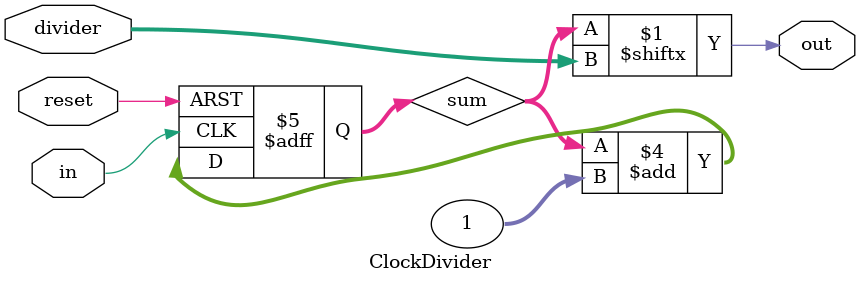
<source format=v>
`ifndef CLOCKDIVIDER_V
`define CLOCKDIVIDER_V

module ClockDivider (
    input in,
    input reset,
    input [4:0] divider,
    output out
);

reg [31:0] sum;

assign out = sum[divider];

always @(posedge in or negedge reset) begin
    if (~reset) begin
        sum = 32'h0000_0000;
    end else begin
        sum = sum + 32'h0000_0001; 
    end
end

endmodule

`endif
</source>
